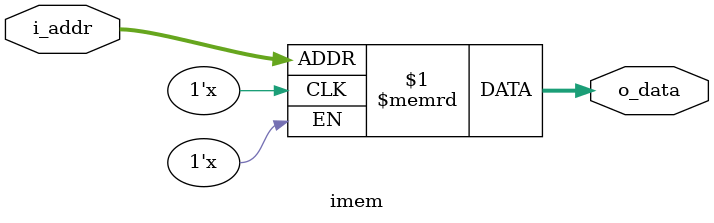
<source format=v>
module imem #(
    parameter ADDR_WIDTH = 10,
    parameter DATA_WIDTH = 32,
    parameter INIT_FILE = ""
)(
    input  wire [ADDR_WIDTH-1:0] i_addr,
    output wire [DATA_WIDTH-1:0] o_data
);
    reg [DATA_WIDTH-1:0] mem [0:(1<<ADDR_WIDTH)-1];
    initial if (INIT_FILE != "") $readmemh(INIT_FILE, mem);
    assign o_data = mem[i_addr];
endmodule

</source>
